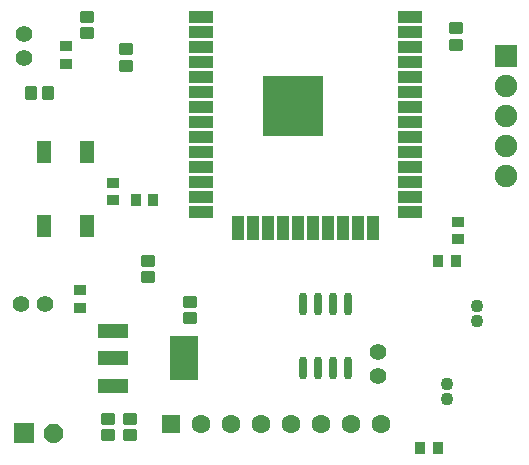
<source format=gts>
G04 Layer: TopSolderMaskLayer*
G04 Panelize: , Column: 1, Row: 1, Board Size: 1.85inch x 1.54inch, Panelized Board Size: 1.85inch x 1.54inch*
G04 EasyEDA v6.5.48, 2025-03-06 20:58:06*
G04 bc0108e7a25f4f9495a06a5a4f8deb47,84066bfdb5964fb78f634a0d0c1972bb,10*
G04 Gerber Generator version 0.2*
G04 Scale: 100 percent, Rotated: No, Reflected: No *
G04 Dimensions in inches *
G04 leading zeros omitted , absolute positions ,3 integer and 6 decimal *
%FSLAX36Y36*%
%MOIN*%

%AMMACRO1*4,1,8,-0.0323,-0.0335,-0.0335,-0.0323,-0.0335,0.0323,-0.0323,0.0335,0.0323,0.0335,0.0335,0.0323,0.0335,-0.0323,0.0323,-0.0335,-0.0323,-0.0335,0*%
%AMMACRO2*4,1,8,-0.0304,-0.0315,-0.0315,-0.0304,-0.0315,0.0304,-0.0304,0.0315,0.0304,0.0315,0.0315,0.0304,0.0315,-0.0304,0.0304,-0.0315,-0.0304,-0.0315,0*%
%AMMACRO3*4,1,8,-0.0167,-0.019,-0.0179,-0.0178,-0.0179,0.0178,-0.0167,0.019,0.0167,0.019,0.0179,0.0178,0.0179,-0.0178,0.0167,-0.019,-0.0167,-0.019,0*%
%AMMACRO4*4,1,8,-0.0194,-0.0197,-0.0217,-0.0174,-0.0217,0.0174,-0.0194,0.0197,0.0194,0.0197,0.0217,0.0174,0.0217,-0.0174,0.0194,-0.0197,-0.0194,-0.0197,0*%
%AMMACRO5*4,1,8,-0.0402,-0.0197,-0.0414,-0.0185,-0.0414,0.0185,-0.0402,0.0197,0.0402,0.0197,0.0414,0.0185,0.0414,-0.0185,0.0402,-0.0197,-0.0402,-0.0197,0*%
%AMMACRO6*4,1,8,-0.0185,-0.0414,-0.0197,-0.0402,-0.0197,0.0402,-0.0185,0.0414,0.0185,0.0414,0.0197,0.0402,0.0197,-0.0402,0.0185,-0.0414,-0.0185,-0.0414,0*%
%AMMACRO7*4,1,8,-0.0993,-0.1004,-0.1004,-0.0993,-0.1004,0.0993,-0.0993,0.1004,0.0993,0.1004,0.1004,0.0993,0.1004,-0.0993,0.0993,-0.1004,-0.0993,-0.1004,0*%
%AMMACRO8*4,1,8,-0.0174,-0.0217,-0.0197,-0.0194,-0.0197,0.0194,-0.0174,0.0217,0.0174,0.0217,0.0197,0.0194,0.0197,-0.0194,0.0174,-0.0217,-0.0174,-0.0217,0*%
%AMMACRO9*4,1,8,-0.0178,-0.0179,-0.019,-0.0167,-0.019,0.0167,-0.0178,0.0179,0.0178,0.0179,0.019,0.0167,0.019,-0.0167,0.0178,-0.0179,-0.0178,-0.0179,0*%
%AMMACRO10*4,1,8,-0.0225,-0.0374,-0.0237,-0.0363,-0.0237,0.0363,-0.0225,0.0374,0.0225,0.0374,0.0237,0.0363,0.0237,-0.0363,0.0225,-0.0374,-0.0225,-0.0374,0*%
%AMMACRO11*4,1,8,-0.05,-0.0237,-0.0512,-0.0225,-0.0512,0.0225,-0.05,0.0237,0.05,0.0237,0.0512,0.0225,0.0512,-0.0225,0.05,-0.0237,-0.05,-0.0237,0*%
%AMMACRO12*4,1,8,-0.0469,-0.0729,-0.0481,-0.0717,-0.0481,0.0717,-0.0469,0.0729,0.0469,0.0729,0.0481,0.0717,0.0481,-0.0717,0.0469,-0.0729,-0.0469,-0.0729,0*%
%AMMACRO13*4,1,8,-0.0351,-0.0375,-0.0375,-0.0351,-0.0375,0.0351,-0.0351,0.0375,0.0351,0.0375,0.0375,0.0351,0.0375,-0.0351,0.0351,-0.0375,-0.0351,-0.0375,0*%
%ADD10MACRO1*%
%ADD11MACRO2*%
%ADD12C,0.0631*%
%ADD13C,0.0552*%
%ADD14C,0.0434*%
%ADD15MACRO3*%
%ADD16MACRO4*%
%ADD17MACRO5*%
%ADD18MACRO6*%
%ADD19MACRO7*%
%ADD20O,0.028803000000000002X0.077425*%
%ADD21MACRO8*%
%ADD22MACRO9*%
%ADD23MACRO10*%
%ADD24MACRO11*%
%ADD25MACRO12*%
%ADD26MACRO13*%
%ADD27C,0.0749*%

%LPD*%
D10*
G01*
X120789Y100000D03*
G36*
X207159Y68899D02*
G01*
X206936Y68912D01*
X206714Y68949D01*
X206498Y69011D01*
X206291Y69097D01*
X206095Y69207D01*
X205913Y69335D01*
X205745Y69486D01*
X188695Y86536D01*
X188546Y86703D01*
X188416Y86885D01*
X188308Y87082D01*
X188222Y87289D01*
X188159Y87505D01*
X188123Y87725D01*
X188110Y87950D01*
X188110Y112049D01*
X188123Y112274D01*
X188159Y112494D01*
X188222Y112710D01*
X188308Y112917D01*
X188416Y113114D01*
X188546Y113296D01*
X188695Y113463D01*
X205745Y130513D01*
X205913Y130664D01*
X206095Y130792D01*
X206291Y130902D01*
X206498Y130988D01*
X206714Y131050D01*
X206936Y131087D01*
X207159Y131100D01*
X231269Y131100D01*
X231493Y131087D01*
X231714Y131050D01*
X231930Y130988D01*
X232137Y130902D01*
X232334Y130792D01*
X232516Y130662D01*
X232685Y130513D01*
X249724Y113463D01*
X249873Y113296D01*
X250003Y113114D01*
X250111Y112917D01*
X250198Y112710D01*
X250259Y112494D01*
X250297Y112274D01*
X250309Y112049D01*
X250309Y87950D01*
X250297Y87725D01*
X250259Y87505D01*
X250198Y87289D01*
X250111Y87082D01*
X250003Y86885D01*
X249873Y86703D01*
X249724Y86536D01*
X232685Y69486D01*
X232516Y69337D01*
X232334Y69207D01*
X232137Y69097D01*
X231930Y69011D01*
X231714Y68949D01*
X231493Y68912D01*
X231269Y68899D01*
G37*
D11*
G01*
X610000Y130000D03*
D12*
G01*
X710000Y130000D03*
G01*
X810000Y130000D03*
G01*
X910000Y130000D03*
G01*
X1010000Y130000D03*
G01*
X1110000Y130000D03*
G01*
X1210000Y130000D03*
G01*
X1310000Y130000D03*
D13*
G01*
X1300000Y290630D03*
G01*
X1300000Y369369D03*
D14*
G01*
X1530000Y264600D03*
G01*
X1530000Y215399D03*
G01*
X1630000Y524600D03*
G01*
X1630000Y475399D03*
D13*
G01*
X120000Y1350630D03*
G01*
X120000Y1429369D03*
G01*
X110630Y530000D03*
G01*
X189369Y530000D03*
D15*
G01*
X1499655Y50000D03*
G01*
X1440344Y50000D03*
D16*
G01*
X1561111Y1449194D03*
G01*
X1561111Y1394076D03*
G01*
X461455Y1324474D03*
G01*
X461455Y1379592D03*
D17*
G01*
X1406810Y1186846D03*
G01*
X1406810Y1136846D03*
G01*
X1406810Y1086846D03*
G01*
X1406810Y1036846D03*
G01*
X1406810Y986846D03*
G01*
X1406810Y936846D03*
G01*
X1406810Y886846D03*
G01*
X1406810Y836846D03*
D18*
G01*
X1283383Y783700D03*
G01*
X1233383Y783700D03*
G01*
X1183383Y783700D03*
G01*
X1133383Y783700D03*
G01*
X1083383Y783700D03*
G01*
X1033383Y783700D03*
G01*
X983383Y783700D03*
G01*
X933383Y783700D03*
G01*
X883383Y783700D03*
G01*
X833383Y783700D03*
D17*
G01*
X709957Y836848D03*
G01*
X709957Y886848D03*
G01*
X709957Y936848D03*
G01*
X709957Y986846D03*
G01*
X709957Y1036846D03*
G01*
X709957Y1086846D03*
G01*
X709957Y1136846D03*
G01*
X709957Y1186846D03*
G01*
X709957Y1236846D03*
G01*
X709957Y1286846D03*
G01*
X709957Y1336846D03*
G01*
X709957Y1386846D03*
G01*
X709957Y1436846D03*
G01*
X709957Y1486846D03*
G01*
X1406810Y1236846D03*
G01*
X1406810Y1286846D03*
G01*
X1406810Y1336846D03*
G01*
X1406810Y1386846D03*
G01*
X1406810Y1436846D03*
G01*
X1406810Y1486846D03*
D19*
G01*
X1019013Y1191570D03*
D20*
G01*
X1199809Y529949D03*
G01*
X1149809Y529949D03*
G01*
X1099809Y529949D03*
G01*
X1049809Y529949D03*
G01*
X1199809Y318730D03*
G01*
X1149809Y318730D03*
G01*
X1099809Y318730D03*
G01*
X1049809Y318730D03*
D16*
G01*
X400410Y148094D03*
G01*
X400410Y92975D03*
G01*
X535410Y619275D03*
G01*
X535410Y674393D03*
D21*
G01*
X200869Y1234035D03*
G01*
X145751Y1234035D03*
D16*
G01*
X330000Y1432440D03*
G01*
X330000Y1487559D03*
D22*
G01*
X260000Y1389655D03*
G01*
X260000Y1330344D03*
G01*
X1566210Y745979D03*
G01*
X1566210Y805290D03*
D23*
G01*
X332450Y1036181D03*
G01*
X332450Y792087D03*
G01*
X186781Y1036181D03*
G01*
X186781Y792087D03*
D24*
G01*
X418784Y440084D03*
G01*
X418784Y349535D03*
G01*
X418784Y258985D03*
D25*
G01*
X652641Y349535D03*
D15*
G01*
X552466Y876750D03*
G01*
X493155Y876750D03*
D22*
G01*
X418344Y935351D03*
G01*
X418344Y876040D03*
D15*
G01*
X1500755Y673550D03*
G01*
X1560066Y673550D03*
D16*
G01*
X475811Y147894D03*
G01*
X475811Y92775D03*
G01*
X673111Y482775D03*
G01*
X673111Y537894D03*
D22*
G01*
X308608Y518684D03*
G01*
X308608Y577995D03*
D26*
G01*
X1726926Y1356730D03*
D27*
G01*
X1726930Y1256729D03*
G01*
X1726930Y1156729D03*
G01*
X1726930Y1056729D03*
G01*
X1726930Y956729D03*
M02*

</source>
